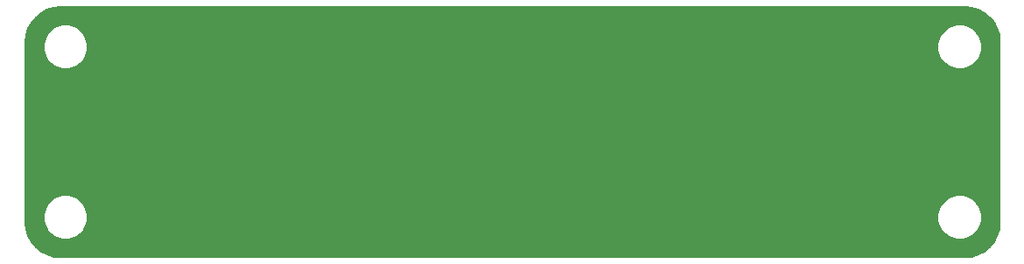
<source format=gbr>
G04 #@! TF.GenerationSoftware,KiCad,Pcbnew,5.1.9-73d0e3b20d~88~ubuntu20.04.1*
G04 #@! TF.CreationDate,2021-03-03T22:00:02-08:00*
G04 #@! TF.ProjectId,casing,63617369-6e67-42e6-9b69-6361645f7063,rev?*
G04 #@! TF.SameCoordinates,Original*
G04 #@! TF.FileFunction,Copper,L2,Bot*
G04 #@! TF.FilePolarity,Positive*
%FSLAX46Y46*%
G04 Gerber Fmt 4.6, Leading zero omitted, Abs format (unit mm)*
G04 Created by KiCad (PCBNEW 5.1.9-73d0e3b20d~88~ubuntu20.04.1) date 2021-03-03 22:00:02*
%MOMM*%
%LPD*%
G01*
G04 APERTURE LIST*
G04 #@! TA.AperFunction,NonConductor*
%ADD10C,0.240000*%
G04 #@! TD*
G04 #@! TA.AperFunction,NonConductor*
%ADD11C,0.100000*%
G04 #@! TD*
G04 APERTURE END LIST*
D10*
X216895726Y-100488845D02*
X217516858Y-100676375D01*
X218089731Y-100980978D01*
X218592537Y-101391057D01*
X219006109Y-101890980D01*
X219314707Y-102461718D01*
X219506568Y-103081525D01*
X219576487Y-103746753D01*
X219576500Y-103750609D01*
X219576501Y-121229276D01*
X219511155Y-121895726D01*
X219323624Y-122516859D01*
X219019022Y-123089732D01*
X218608943Y-123592537D01*
X218109020Y-124006109D01*
X217538283Y-124314706D01*
X216918479Y-124506567D01*
X216253247Y-124576487D01*
X216249391Y-124576500D01*
X128770714Y-124576500D01*
X128104274Y-124511155D01*
X127483141Y-124323624D01*
X126910268Y-124019022D01*
X126407463Y-123608943D01*
X125993891Y-123109020D01*
X125685294Y-122538283D01*
X125493433Y-121918479D01*
X125423513Y-121253247D01*
X125423500Y-121249391D01*
X125423500Y-120533872D01*
X127055618Y-120533872D01*
X127055618Y-120966128D01*
X127139947Y-121390078D01*
X127305364Y-121789430D01*
X127545512Y-122148837D01*
X127851163Y-122454488D01*
X128210570Y-122694636D01*
X128609922Y-122860053D01*
X129033872Y-122944382D01*
X129466128Y-122944382D01*
X129890078Y-122860053D01*
X130289430Y-122694636D01*
X130648837Y-122454488D01*
X130954488Y-122148837D01*
X131194636Y-121789430D01*
X131360053Y-121390078D01*
X131444382Y-120966128D01*
X131444382Y-120533872D01*
X213555618Y-120533872D01*
X213555618Y-120966128D01*
X213639947Y-121390078D01*
X213805364Y-121789430D01*
X214045512Y-122148837D01*
X214351163Y-122454488D01*
X214710570Y-122694636D01*
X215109922Y-122860053D01*
X215533872Y-122944382D01*
X215966128Y-122944382D01*
X216390078Y-122860053D01*
X216789430Y-122694636D01*
X217148837Y-122454488D01*
X217454488Y-122148837D01*
X217694636Y-121789430D01*
X217860053Y-121390078D01*
X217944382Y-120966128D01*
X217944382Y-120533872D01*
X217860053Y-120109922D01*
X217694636Y-119710570D01*
X217454488Y-119351163D01*
X217148837Y-119045512D01*
X216789430Y-118805364D01*
X216390078Y-118639947D01*
X215966128Y-118555618D01*
X215533872Y-118555618D01*
X215109922Y-118639947D01*
X214710570Y-118805364D01*
X214351163Y-119045512D01*
X214045512Y-119351163D01*
X213805364Y-119710570D01*
X213639947Y-120109922D01*
X213555618Y-120533872D01*
X131444382Y-120533872D01*
X131360053Y-120109922D01*
X131194636Y-119710570D01*
X130954488Y-119351163D01*
X130648837Y-119045512D01*
X130289430Y-118805364D01*
X129890078Y-118639947D01*
X129466128Y-118555618D01*
X129033872Y-118555618D01*
X128609922Y-118639947D01*
X128210570Y-118805364D01*
X127851163Y-119045512D01*
X127545512Y-119351163D01*
X127305364Y-119710570D01*
X127139947Y-120109922D01*
X127055618Y-120533872D01*
X125423500Y-120533872D01*
X125423500Y-104033872D01*
X127055618Y-104033872D01*
X127055618Y-104466128D01*
X127139947Y-104890078D01*
X127305364Y-105289430D01*
X127545512Y-105648837D01*
X127851163Y-105954488D01*
X128210570Y-106194636D01*
X128609922Y-106360053D01*
X129033872Y-106444382D01*
X129466128Y-106444382D01*
X129890078Y-106360053D01*
X130289430Y-106194636D01*
X130648837Y-105954488D01*
X130954488Y-105648837D01*
X131194636Y-105289430D01*
X131360053Y-104890078D01*
X131444382Y-104466128D01*
X131444382Y-104033872D01*
X213555618Y-104033872D01*
X213555618Y-104466128D01*
X213639947Y-104890078D01*
X213805364Y-105289430D01*
X214045512Y-105648837D01*
X214351163Y-105954488D01*
X214710570Y-106194636D01*
X215109922Y-106360053D01*
X215533872Y-106444382D01*
X215966128Y-106444382D01*
X216390078Y-106360053D01*
X216789430Y-106194636D01*
X217148837Y-105954488D01*
X217454488Y-105648837D01*
X217694636Y-105289430D01*
X217860053Y-104890078D01*
X217944382Y-104466128D01*
X217944382Y-104033872D01*
X217860053Y-103609922D01*
X217694636Y-103210570D01*
X217454488Y-102851163D01*
X217148837Y-102545512D01*
X216789430Y-102305364D01*
X216390078Y-102139947D01*
X215966128Y-102055618D01*
X215533872Y-102055618D01*
X215109922Y-102139947D01*
X214710570Y-102305364D01*
X214351163Y-102545512D01*
X214045512Y-102851163D01*
X213805364Y-103210570D01*
X213639947Y-103609922D01*
X213555618Y-104033872D01*
X131444382Y-104033872D01*
X131360053Y-103609922D01*
X131194636Y-103210570D01*
X130954488Y-102851163D01*
X130648837Y-102545512D01*
X130289430Y-102305364D01*
X129890078Y-102139947D01*
X129466128Y-102055618D01*
X129033872Y-102055618D01*
X128609922Y-102139947D01*
X128210570Y-102305364D01*
X127851163Y-102545512D01*
X127545512Y-102851163D01*
X127305364Y-103210570D01*
X127139947Y-103609922D01*
X127055618Y-104033872D01*
X125423500Y-104033872D01*
X125423500Y-103770714D01*
X125488845Y-103104274D01*
X125676375Y-102483142D01*
X125980978Y-101910269D01*
X126391057Y-101407463D01*
X126890980Y-100993891D01*
X127461718Y-100685293D01*
X128081525Y-100493432D01*
X128746753Y-100423513D01*
X128750609Y-100423500D01*
X216229286Y-100423500D01*
X216895726Y-100488845D01*
G04 #@! TA.AperFunction,NonConductor*
D11*
G36*
X216895726Y-100488845D02*
G01*
X217516858Y-100676375D01*
X218089731Y-100980978D01*
X218592537Y-101391057D01*
X219006109Y-101890980D01*
X219314707Y-102461718D01*
X219506568Y-103081525D01*
X219576487Y-103746753D01*
X219576500Y-103750609D01*
X219576501Y-121229276D01*
X219511155Y-121895726D01*
X219323624Y-122516859D01*
X219019022Y-123089732D01*
X218608943Y-123592537D01*
X218109020Y-124006109D01*
X217538283Y-124314706D01*
X216918479Y-124506567D01*
X216253247Y-124576487D01*
X216249391Y-124576500D01*
X128770714Y-124576500D01*
X128104274Y-124511155D01*
X127483141Y-124323624D01*
X126910268Y-124019022D01*
X126407463Y-123608943D01*
X125993891Y-123109020D01*
X125685294Y-122538283D01*
X125493433Y-121918479D01*
X125423513Y-121253247D01*
X125423500Y-121249391D01*
X125423500Y-120533872D01*
X127055618Y-120533872D01*
X127055618Y-120966128D01*
X127139947Y-121390078D01*
X127305364Y-121789430D01*
X127545512Y-122148837D01*
X127851163Y-122454488D01*
X128210570Y-122694636D01*
X128609922Y-122860053D01*
X129033872Y-122944382D01*
X129466128Y-122944382D01*
X129890078Y-122860053D01*
X130289430Y-122694636D01*
X130648837Y-122454488D01*
X130954488Y-122148837D01*
X131194636Y-121789430D01*
X131360053Y-121390078D01*
X131444382Y-120966128D01*
X131444382Y-120533872D01*
X213555618Y-120533872D01*
X213555618Y-120966128D01*
X213639947Y-121390078D01*
X213805364Y-121789430D01*
X214045512Y-122148837D01*
X214351163Y-122454488D01*
X214710570Y-122694636D01*
X215109922Y-122860053D01*
X215533872Y-122944382D01*
X215966128Y-122944382D01*
X216390078Y-122860053D01*
X216789430Y-122694636D01*
X217148837Y-122454488D01*
X217454488Y-122148837D01*
X217694636Y-121789430D01*
X217860053Y-121390078D01*
X217944382Y-120966128D01*
X217944382Y-120533872D01*
X217860053Y-120109922D01*
X217694636Y-119710570D01*
X217454488Y-119351163D01*
X217148837Y-119045512D01*
X216789430Y-118805364D01*
X216390078Y-118639947D01*
X215966128Y-118555618D01*
X215533872Y-118555618D01*
X215109922Y-118639947D01*
X214710570Y-118805364D01*
X214351163Y-119045512D01*
X214045512Y-119351163D01*
X213805364Y-119710570D01*
X213639947Y-120109922D01*
X213555618Y-120533872D01*
X131444382Y-120533872D01*
X131360053Y-120109922D01*
X131194636Y-119710570D01*
X130954488Y-119351163D01*
X130648837Y-119045512D01*
X130289430Y-118805364D01*
X129890078Y-118639947D01*
X129466128Y-118555618D01*
X129033872Y-118555618D01*
X128609922Y-118639947D01*
X128210570Y-118805364D01*
X127851163Y-119045512D01*
X127545512Y-119351163D01*
X127305364Y-119710570D01*
X127139947Y-120109922D01*
X127055618Y-120533872D01*
X125423500Y-120533872D01*
X125423500Y-104033872D01*
X127055618Y-104033872D01*
X127055618Y-104466128D01*
X127139947Y-104890078D01*
X127305364Y-105289430D01*
X127545512Y-105648837D01*
X127851163Y-105954488D01*
X128210570Y-106194636D01*
X128609922Y-106360053D01*
X129033872Y-106444382D01*
X129466128Y-106444382D01*
X129890078Y-106360053D01*
X130289430Y-106194636D01*
X130648837Y-105954488D01*
X130954488Y-105648837D01*
X131194636Y-105289430D01*
X131360053Y-104890078D01*
X131444382Y-104466128D01*
X131444382Y-104033872D01*
X213555618Y-104033872D01*
X213555618Y-104466128D01*
X213639947Y-104890078D01*
X213805364Y-105289430D01*
X214045512Y-105648837D01*
X214351163Y-105954488D01*
X214710570Y-106194636D01*
X215109922Y-106360053D01*
X215533872Y-106444382D01*
X215966128Y-106444382D01*
X216390078Y-106360053D01*
X216789430Y-106194636D01*
X217148837Y-105954488D01*
X217454488Y-105648837D01*
X217694636Y-105289430D01*
X217860053Y-104890078D01*
X217944382Y-104466128D01*
X217944382Y-104033872D01*
X217860053Y-103609922D01*
X217694636Y-103210570D01*
X217454488Y-102851163D01*
X217148837Y-102545512D01*
X216789430Y-102305364D01*
X216390078Y-102139947D01*
X215966128Y-102055618D01*
X215533872Y-102055618D01*
X215109922Y-102139947D01*
X214710570Y-102305364D01*
X214351163Y-102545512D01*
X214045512Y-102851163D01*
X213805364Y-103210570D01*
X213639947Y-103609922D01*
X213555618Y-104033872D01*
X131444382Y-104033872D01*
X131360053Y-103609922D01*
X131194636Y-103210570D01*
X130954488Y-102851163D01*
X130648837Y-102545512D01*
X130289430Y-102305364D01*
X129890078Y-102139947D01*
X129466128Y-102055618D01*
X129033872Y-102055618D01*
X128609922Y-102139947D01*
X128210570Y-102305364D01*
X127851163Y-102545512D01*
X127545512Y-102851163D01*
X127305364Y-103210570D01*
X127139947Y-103609922D01*
X127055618Y-104033872D01*
X125423500Y-104033872D01*
X125423500Y-103770714D01*
X125488845Y-103104274D01*
X125676375Y-102483142D01*
X125980978Y-101910269D01*
X126391057Y-101407463D01*
X126890980Y-100993891D01*
X127461718Y-100685293D01*
X128081525Y-100493432D01*
X128746753Y-100423513D01*
X128750609Y-100423500D01*
X216229286Y-100423500D01*
X216895726Y-100488845D01*
G37*
G04 #@! TD.AperFunction*
M02*

</source>
